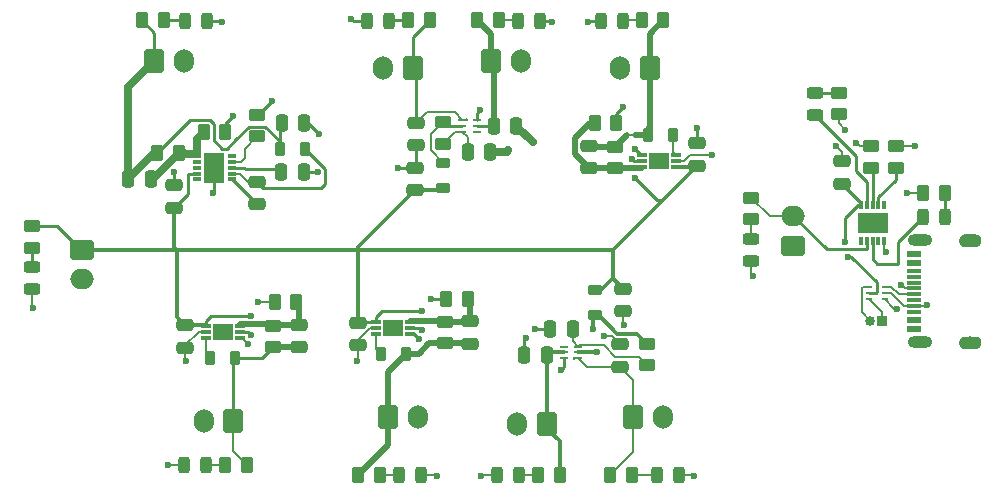
<source format=gbr>
%TF.GenerationSoftware,KiCad,Pcbnew,8.0.8*%
%TF.CreationDate,2025-02-07T06:01:23-05:00*%
%TF.ProjectId,power-delivery-board,706f7765-722d-4646-956c-69766572792d,rev?*%
%TF.SameCoordinates,Original*%
%TF.FileFunction,Copper,L1,Top*%
%TF.FilePolarity,Positive*%
%FSLAX46Y46*%
G04 Gerber Fmt 4.6, Leading zero omitted, Abs format (unit mm)*
G04 Created by KiCad (PCBNEW 8.0.8) date 2025-02-07 06:01:23*
%MOMM*%
%LPD*%
G01*
G04 APERTURE LIST*
G04 Aperture macros list*
%AMRoundRect*
0 Rectangle with rounded corners*
0 $1 Rounding radius*
0 $2 $3 $4 $5 $6 $7 $8 $9 X,Y pos of 4 corners*
0 Add a 4 corners polygon primitive as box body*
4,1,4,$2,$3,$4,$5,$6,$7,$8,$9,$2,$3,0*
0 Add four circle primitives for the rounded corners*
1,1,$1+$1,$2,$3*
1,1,$1+$1,$4,$5*
1,1,$1+$1,$6,$7*
1,1,$1+$1,$8,$9*
0 Add four rect primitives between the rounded corners*
20,1,$1+$1,$2,$3,$4,$5,0*
20,1,$1+$1,$4,$5,$6,$7,0*
20,1,$1+$1,$6,$7,$8,$9,0*
20,1,$1+$1,$8,$9,$2,$3,0*%
G04 Aperture macros list end*
%TA.AperFunction,EtchedComponent*%
%ADD10C,0.000000*%
%TD*%
%TA.AperFunction,EtchedComponent*%
%ADD11C,0.010000*%
%TD*%
%TA.AperFunction,SMDPad,CuDef*%
%ADD12RoundRect,0.250000X0.262500X0.450000X-0.262500X0.450000X-0.262500X-0.450000X0.262500X-0.450000X0*%
%TD*%
%TA.AperFunction,SMDPad,CuDef*%
%ADD13R,0.300000X0.800000*%
%TD*%
%TA.AperFunction,SMDPad,CuDef*%
%ADD14R,2.500000X1.750000*%
%TD*%
%TA.AperFunction,SMDPad,CuDef*%
%ADD15R,0.812800X0.304800*%
%TD*%
%TA.AperFunction,SMDPad,CuDef*%
%ADD16R,1.752600X1.447800*%
%TD*%
%TA.AperFunction,SMDPad,CuDef*%
%ADD17RoundRect,0.243750X0.243750X0.456250X-0.243750X0.456250X-0.243750X-0.456250X0.243750X-0.456250X0*%
%TD*%
%TA.AperFunction,SMDPad,CuDef*%
%ADD18RoundRect,0.250000X-0.250000X-0.475000X0.250000X-0.475000X0.250000X0.475000X-0.250000X0.475000X0*%
%TD*%
%TA.AperFunction,SMDPad,CuDef*%
%ADD19RoundRect,0.250000X0.475000X-0.250000X0.475000X0.250000X-0.475000X0.250000X-0.475000X-0.250000X0*%
%TD*%
%TA.AperFunction,SMDPad,CuDef*%
%ADD20RoundRect,0.250000X0.450000X-0.262500X0.450000X0.262500X-0.450000X0.262500X-0.450000X-0.262500X0*%
%TD*%
%TA.AperFunction,SMDPad,CuDef*%
%ADD21RoundRect,0.250000X-0.262500X-0.450000X0.262500X-0.450000X0.262500X0.450000X-0.262500X0.450000X0*%
%TD*%
%TA.AperFunction,ComponentPad*%
%ADD22RoundRect,0.250000X0.600000X0.750000X-0.600000X0.750000X-0.600000X-0.750000X0.600000X-0.750000X0*%
%TD*%
%TA.AperFunction,ComponentPad*%
%ADD23O,1.700000X2.000000*%
%TD*%
%TA.AperFunction,ComponentPad*%
%ADD24RoundRect,0.250000X-0.600000X-0.750000X0.600000X-0.750000X0.600000X0.750000X-0.600000X0.750000X0*%
%TD*%
%TA.AperFunction,ComponentPad*%
%ADD25R,0.850000X0.850000*%
%TD*%
%TA.AperFunction,ComponentPad*%
%ADD26O,0.850000X0.850000*%
%TD*%
%TA.AperFunction,ComponentPad*%
%ADD27RoundRect,0.250000X-0.750000X0.600000X-0.750000X-0.600000X0.750000X-0.600000X0.750000X0.600000X0*%
%TD*%
%TA.AperFunction,ComponentPad*%
%ADD28O,2.000000X1.700000*%
%TD*%
%TA.AperFunction,SMDPad,CuDef*%
%ADD29R,0.660001X0.249999*%
%TD*%
%TA.AperFunction,SMDPad,CuDef*%
%ADD30R,0.700001X0.249999*%
%TD*%
%TA.AperFunction,SMDPad,CuDef*%
%ADD31RoundRect,0.243750X-0.243750X-0.456250X0.243750X-0.456250X0.243750X0.456250X-0.243750X0.456250X0*%
%TD*%
%TA.AperFunction,SMDPad,CuDef*%
%ADD32RoundRect,0.218750X0.218750X0.381250X-0.218750X0.381250X-0.218750X-0.381250X0.218750X-0.381250X0*%
%TD*%
%TA.AperFunction,SMDPad,CuDef*%
%ADD33R,0.800000X0.300000*%
%TD*%
%TA.AperFunction,SMDPad,CuDef*%
%ADD34R,1.750000X2.500000*%
%TD*%
%TA.AperFunction,SMDPad,CuDef*%
%ADD35RoundRect,0.250000X0.250000X0.475000X-0.250000X0.475000X-0.250000X-0.475000X0.250000X-0.475000X0*%
%TD*%
%TA.AperFunction,SMDPad,CuDef*%
%ADD36RoundRect,0.218750X-0.381250X0.218750X-0.381250X-0.218750X0.381250X-0.218750X0.381250X0.218750X0*%
%TD*%
%TA.AperFunction,SMDPad,CuDef*%
%ADD37RoundRect,0.218750X-0.218750X-0.381250X0.218750X-0.381250X0.218750X0.381250X-0.218750X0.381250X0*%
%TD*%
%TA.AperFunction,SMDPad,CuDef*%
%ADD38R,1.150000X0.600000*%
%TD*%
%TA.AperFunction,SMDPad,CuDef*%
%ADD39R,1.150000X0.300000*%
%TD*%
%TA.AperFunction,ComponentPad*%
%ADD40O,2.100000X1.000000*%
%TD*%
%TA.AperFunction,ComponentPad*%
%ADD41C,1.000000*%
%TD*%
%TA.AperFunction,SMDPad,CuDef*%
%ADD42RoundRect,0.250000X-0.475000X0.250000X-0.475000X-0.250000X0.475000X-0.250000X0.475000X0.250000X0*%
%TD*%
%TA.AperFunction,SMDPad,CuDef*%
%ADD43RoundRect,0.243750X-0.456250X0.243750X-0.456250X-0.243750X0.456250X-0.243750X0.456250X0.243750X0*%
%TD*%
%TA.AperFunction,SMDPad,CuDef*%
%ADD44RoundRect,0.250000X-0.450000X0.262500X-0.450000X-0.262500X0.450000X-0.262500X0.450000X0.262500X0*%
%TD*%
%TA.AperFunction,SMDPad,CuDef*%
%ADD45RoundRect,0.243750X0.456250X-0.243750X0.456250X0.243750X-0.456250X0.243750X-0.456250X-0.243750X0*%
%TD*%
%TA.AperFunction,SMDPad,CuDef*%
%ADD46RoundRect,0.218750X0.381250X-0.218750X0.381250X0.218750X-0.381250X0.218750X-0.381250X-0.218750X0*%
%TD*%
%TA.AperFunction,SMDPad,CuDef*%
%ADD47R,0.584200X0.279400*%
%TD*%
%TA.AperFunction,ComponentPad*%
%ADD48RoundRect,0.250000X0.750000X-0.600000X0.750000X0.600000X-0.750000X0.600000X-0.750000X-0.600000X0*%
%TD*%
%TA.AperFunction,ViaPad*%
%ADD49C,0.600000*%
%TD*%
%TA.AperFunction,Conductor*%
%ADD50C,0.508000*%
%TD*%
%TA.AperFunction,Conductor*%
%ADD51C,0.200000*%
%TD*%
%TA.AperFunction,Conductor*%
%ADD52C,0.250000*%
%TD*%
%TA.AperFunction,Conductor*%
%ADD53C,0.150000*%
%TD*%
%TA.AperFunction,Conductor*%
%ADD54C,0.635000*%
%TD*%
%TA.AperFunction,Conductor*%
%ADD55C,0.350000*%
%TD*%
G04 APERTURE END LIST*
D10*
%TA.AperFunction,EtchedComponent*%
%TO.C,U7*%
G36*
X151837501Y-94224997D02*
G01*
X151787502Y-94224997D01*
X151687502Y-94124998D01*
X151687502Y-93975001D01*
X151837501Y-93975001D01*
X151837501Y-94224997D01*
G37*
%TD.AperFunction*%
%TA.AperFunction,EtchedComponent*%
%TO.C,U8*%
G36*
X142787503Y-73875003D02*
G01*
X142787503Y-74025000D01*
X142637504Y-74025000D01*
X142637504Y-73775004D01*
X142687503Y-73775004D01*
X142787503Y-73875003D01*
G37*
%TD.AperFunction*%
D11*
%TO.C,P1*%
X185725902Y-83613500D02*
X185751902Y-83615500D01*
X185777902Y-83618500D01*
X185803902Y-83623500D01*
X185828902Y-83629500D01*
X185854902Y-83636500D01*
X185878902Y-83645500D01*
X185902902Y-83655500D01*
X185926902Y-83666500D01*
X185949902Y-83679500D01*
X185971902Y-83693500D01*
X185993902Y-83707500D01*
X186014902Y-83723500D01*
X186034902Y-83740500D01*
X186053902Y-83758500D01*
X186071902Y-83777500D01*
X186088902Y-83797500D01*
X186104902Y-83818500D01*
X186118902Y-83840500D01*
X186132902Y-83862500D01*
X186145902Y-83885500D01*
X186156902Y-83909500D01*
X186166902Y-83933500D01*
X186175902Y-83957500D01*
X186182902Y-83983500D01*
X186188902Y-84008500D01*
X186193902Y-84034500D01*
X186196902Y-84060500D01*
X186198902Y-84086500D01*
X186199902Y-84112500D01*
X186198902Y-84138500D01*
X186196902Y-84164500D01*
X186193902Y-84190500D01*
X186188902Y-84216500D01*
X186182902Y-84241500D01*
X186175902Y-84267500D01*
X186166902Y-84291500D01*
X186156902Y-84315500D01*
X186145902Y-84339500D01*
X186132902Y-84362500D01*
X186118902Y-84384500D01*
X186104902Y-84406500D01*
X186088902Y-84427500D01*
X186071902Y-84447500D01*
X186053902Y-84466500D01*
X186034902Y-84484500D01*
X186014902Y-84501500D01*
X185993902Y-84517500D01*
X185971902Y-84531500D01*
X185949902Y-84545500D01*
X185926902Y-84558500D01*
X185902902Y-84569500D01*
X185878902Y-84579500D01*
X185854902Y-84588500D01*
X185828902Y-84595500D01*
X185803902Y-84601500D01*
X185777902Y-84606500D01*
X185751902Y-84609500D01*
X185725902Y-84611500D01*
X185699902Y-84612500D01*
X185299902Y-84612500D01*
X184899902Y-84612500D01*
X184873902Y-84611500D01*
X184847902Y-84609500D01*
X184821902Y-84606500D01*
X184795902Y-84601500D01*
X184770902Y-84595500D01*
X184744902Y-84588500D01*
X184720902Y-84579500D01*
X184696902Y-84569500D01*
X184672902Y-84558500D01*
X184649902Y-84545500D01*
X184627902Y-84531500D01*
X184605902Y-84517500D01*
X184584902Y-84501500D01*
X184564902Y-84484500D01*
X184545902Y-84466500D01*
X184527902Y-84447500D01*
X184510902Y-84427500D01*
X184494902Y-84406500D01*
X184480902Y-84384500D01*
X184466902Y-84362500D01*
X184453902Y-84339500D01*
X184442902Y-84315500D01*
X184432902Y-84291500D01*
X184423902Y-84267500D01*
X184416902Y-84241500D01*
X184410902Y-84216500D01*
X184405902Y-84190500D01*
X184402902Y-84164500D01*
X184400902Y-84138500D01*
X184399902Y-84112500D01*
X184400902Y-84086500D01*
X184402902Y-84060500D01*
X184405902Y-84034500D01*
X184410902Y-84008500D01*
X184416902Y-83983500D01*
X184423902Y-83957500D01*
X184432902Y-83933500D01*
X184442902Y-83909500D01*
X184453902Y-83885500D01*
X184466902Y-83862500D01*
X184480902Y-83840500D01*
X184494902Y-83818500D01*
X184510902Y-83797500D01*
X184527902Y-83777500D01*
X184545902Y-83758500D01*
X184564902Y-83740500D01*
X184584902Y-83723500D01*
X184605902Y-83707500D01*
X184627902Y-83693500D01*
X184649902Y-83679500D01*
X184672902Y-83666500D01*
X184696902Y-83655500D01*
X184720902Y-83645500D01*
X184744902Y-83636500D01*
X184770902Y-83629500D01*
X184795902Y-83623500D01*
X184821902Y-83618500D01*
X184847902Y-83615500D01*
X184873902Y-83613500D01*
X184899902Y-83612500D01*
X185299902Y-83612500D01*
X185699902Y-83612500D01*
X185725902Y-83613500D01*
%TA.AperFunction,EtchedComponent*%
G36*
X185725902Y-83613500D02*
G01*
X185751902Y-83615500D01*
X185777902Y-83618500D01*
X185803902Y-83623500D01*
X185828902Y-83629500D01*
X185854902Y-83636500D01*
X185878902Y-83645500D01*
X185902902Y-83655500D01*
X185926902Y-83666500D01*
X185949902Y-83679500D01*
X185971902Y-83693500D01*
X185993902Y-83707500D01*
X186014902Y-83723500D01*
X186034902Y-83740500D01*
X186053902Y-83758500D01*
X186071902Y-83777500D01*
X186088902Y-83797500D01*
X186104902Y-83818500D01*
X186118902Y-83840500D01*
X186132902Y-83862500D01*
X186145902Y-83885500D01*
X186156902Y-83909500D01*
X186166902Y-83933500D01*
X186175902Y-83957500D01*
X186182902Y-83983500D01*
X186188902Y-84008500D01*
X186193902Y-84034500D01*
X186196902Y-84060500D01*
X186198902Y-84086500D01*
X186199902Y-84112500D01*
X186198902Y-84138500D01*
X186196902Y-84164500D01*
X186193902Y-84190500D01*
X186188902Y-84216500D01*
X186182902Y-84241500D01*
X186175902Y-84267500D01*
X186166902Y-84291500D01*
X186156902Y-84315500D01*
X186145902Y-84339500D01*
X186132902Y-84362500D01*
X186118902Y-84384500D01*
X186104902Y-84406500D01*
X186088902Y-84427500D01*
X186071902Y-84447500D01*
X186053902Y-84466500D01*
X186034902Y-84484500D01*
X186014902Y-84501500D01*
X185993902Y-84517500D01*
X185971902Y-84531500D01*
X185949902Y-84545500D01*
X185926902Y-84558500D01*
X185902902Y-84569500D01*
X185878902Y-84579500D01*
X185854902Y-84588500D01*
X185828902Y-84595500D01*
X185803902Y-84601500D01*
X185777902Y-84606500D01*
X185751902Y-84609500D01*
X185725902Y-84611500D01*
X185699902Y-84612500D01*
X185299902Y-84612500D01*
X184899902Y-84612500D01*
X184873902Y-84611500D01*
X184847902Y-84609500D01*
X184821902Y-84606500D01*
X184795902Y-84601500D01*
X184770902Y-84595500D01*
X184744902Y-84588500D01*
X184720902Y-84579500D01*
X184696902Y-84569500D01*
X184672902Y-84558500D01*
X184649902Y-84545500D01*
X184627902Y-84531500D01*
X184605902Y-84517500D01*
X184584902Y-84501500D01*
X184564902Y-84484500D01*
X184545902Y-84466500D01*
X184527902Y-84447500D01*
X184510902Y-84427500D01*
X184494902Y-84406500D01*
X184480902Y-84384500D01*
X184466902Y-84362500D01*
X184453902Y-84339500D01*
X184442902Y-84315500D01*
X184432902Y-84291500D01*
X184423902Y-84267500D01*
X184416902Y-84241500D01*
X184410902Y-84216500D01*
X184405902Y-84190500D01*
X184402902Y-84164500D01*
X184400902Y-84138500D01*
X184399902Y-84112500D01*
X184400902Y-84086500D01*
X184402902Y-84060500D01*
X184405902Y-84034500D01*
X184410902Y-84008500D01*
X184416902Y-83983500D01*
X184423902Y-83957500D01*
X184432902Y-83933500D01*
X184442902Y-83909500D01*
X184453902Y-83885500D01*
X184466902Y-83862500D01*
X184480902Y-83840500D01*
X184494902Y-83818500D01*
X184510902Y-83797500D01*
X184527902Y-83777500D01*
X184545902Y-83758500D01*
X184564902Y-83740500D01*
X184584902Y-83723500D01*
X184605902Y-83707500D01*
X184627902Y-83693500D01*
X184649902Y-83679500D01*
X184672902Y-83666500D01*
X184696902Y-83655500D01*
X184720902Y-83645500D01*
X184744902Y-83636500D01*
X184770902Y-83629500D01*
X184795902Y-83623500D01*
X184821902Y-83618500D01*
X184847902Y-83615500D01*
X184873902Y-83613500D01*
X184899902Y-83612500D01*
X185299902Y-83612500D01*
X185699902Y-83612500D01*
X185725902Y-83613500D01*
G37*
%TD.AperFunction*%
X185725902Y-92253500D02*
X185751902Y-92255500D01*
X185777902Y-92258500D01*
X185803902Y-92263500D01*
X185828902Y-92269500D01*
X185854902Y-92276500D01*
X185878902Y-92285500D01*
X185902902Y-92295500D01*
X185926902Y-92306500D01*
X185949902Y-92319500D01*
X185971902Y-92333500D01*
X185993902Y-92347500D01*
X186014902Y-92363500D01*
X186034902Y-92380500D01*
X186053902Y-92398500D01*
X186071902Y-92417500D01*
X186088902Y-92437500D01*
X186104902Y-92458500D01*
X186118902Y-92480500D01*
X186132902Y-92502500D01*
X186145902Y-92525500D01*
X186156902Y-92549500D01*
X186166902Y-92573500D01*
X186175902Y-92597500D01*
X186182902Y-92623500D01*
X186188902Y-92648500D01*
X186193902Y-92674500D01*
X186196902Y-92700500D01*
X186198902Y-92726500D01*
X186199902Y-92752500D01*
X186198902Y-92778500D01*
X186196902Y-92804500D01*
X186193902Y-92830500D01*
X186188902Y-92856500D01*
X186182902Y-92881500D01*
X186175902Y-92907500D01*
X186166902Y-92931500D01*
X186156902Y-92955500D01*
X186145902Y-92979500D01*
X186132902Y-93002500D01*
X186118902Y-93024500D01*
X186104902Y-93046500D01*
X186088902Y-93067500D01*
X186071902Y-93087500D01*
X186053902Y-93106500D01*
X186034902Y-93124500D01*
X186014902Y-93141500D01*
X185993902Y-93157500D01*
X185971902Y-93171500D01*
X185949902Y-93185500D01*
X185926902Y-93198500D01*
X185902902Y-93209500D01*
X185878902Y-93219500D01*
X185854902Y-93228500D01*
X185828902Y-93235500D01*
X185803902Y-93241500D01*
X185777902Y-93246500D01*
X185751902Y-93249500D01*
X185725902Y-93251500D01*
X185699902Y-93252500D01*
X185299902Y-93252500D01*
X184899902Y-93252500D01*
X184873902Y-93251500D01*
X184847902Y-93249500D01*
X184821902Y-93246500D01*
X184795902Y-93241500D01*
X184770902Y-93235500D01*
X184744902Y-93228500D01*
X184720902Y-93219500D01*
X184696902Y-93209500D01*
X184672902Y-93198500D01*
X184649902Y-93185500D01*
X184627902Y-93171500D01*
X184605902Y-93157500D01*
X184584902Y-93141500D01*
X184564902Y-93124500D01*
X184545902Y-93106500D01*
X184527902Y-93087500D01*
X184510902Y-93067500D01*
X184494902Y-93046500D01*
X184480902Y-93024500D01*
X184466902Y-93002500D01*
X184453902Y-92979500D01*
X184442902Y-92955500D01*
X184432902Y-92931500D01*
X184423902Y-92907500D01*
X184416902Y-92881500D01*
X184410902Y-92856500D01*
X184405902Y-92830500D01*
X184402902Y-92804500D01*
X184400902Y-92778500D01*
X184399902Y-92752500D01*
X184400902Y-92726500D01*
X184402902Y-92700500D01*
X184405902Y-92674500D01*
X184410902Y-92648500D01*
X184416902Y-92623500D01*
X184423902Y-92597500D01*
X184432902Y-92573500D01*
X184442902Y-92549500D01*
X184453902Y-92525500D01*
X184466902Y-92502500D01*
X184480902Y-92480500D01*
X184494902Y-92458500D01*
X184510902Y-92437500D01*
X184527902Y-92417500D01*
X184545902Y-92398500D01*
X184564902Y-92380500D01*
X184584902Y-92363500D01*
X184605902Y-92347500D01*
X184627902Y-92333500D01*
X184649902Y-92319500D01*
X184672902Y-92306500D01*
X184696902Y-92295500D01*
X184720902Y-92285500D01*
X184744902Y-92276500D01*
X184770902Y-92269500D01*
X184795902Y-92263500D01*
X184821902Y-92258500D01*
X184847902Y-92255500D01*
X184873902Y-92253500D01*
X184899902Y-92252500D01*
X185299902Y-92252500D01*
X185699902Y-92252500D01*
X185725902Y-92253500D01*
%TA.AperFunction,EtchedComponent*%
G36*
X185725902Y-92253500D02*
G01*
X185751902Y-92255500D01*
X185777902Y-92258500D01*
X185803902Y-92263500D01*
X185828902Y-92269500D01*
X185854902Y-92276500D01*
X185878902Y-92285500D01*
X185902902Y-92295500D01*
X185926902Y-92306500D01*
X185949902Y-92319500D01*
X185971902Y-92333500D01*
X185993902Y-92347500D01*
X186014902Y-92363500D01*
X186034902Y-92380500D01*
X186053902Y-92398500D01*
X186071902Y-92417500D01*
X186088902Y-92437500D01*
X186104902Y-92458500D01*
X186118902Y-92480500D01*
X186132902Y-92502500D01*
X186145902Y-92525500D01*
X186156902Y-92549500D01*
X186166902Y-92573500D01*
X186175902Y-92597500D01*
X186182902Y-92623500D01*
X186188902Y-92648500D01*
X186193902Y-92674500D01*
X186196902Y-92700500D01*
X186198902Y-92726500D01*
X186199902Y-92752500D01*
X186198902Y-92778500D01*
X186196902Y-92804500D01*
X186193902Y-92830500D01*
X186188902Y-92856500D01*
X186182902Y-92881500D01*
X186175902Y-92907500D01*
X186166902Y-92931500D01*
X186156902Y-92955500D01*
X186145902Y-92979500D01*
X186132902Y-93002500D01*
X186118902Y-93024500D01*
X186104902Y-93046500D01*
X186088902Y-93067500D01*
X186071902Y-93087500D01*
X186053902Y-93106500D01*
X186034902Y-93124500D01*
X186014902Y-93141500D01*
X185993902Y-93157500D01*
X185971902Y-93171500D01*
X185949902Y-93185500D01*
X185926902Y-93198500D01*
X185902902Y-93209500D01*
X185878902Y-93219500D01*
X185854902Y-93228500D01*
X185828902Y-93235500D01*
X185803902Y-93241500D01*
X185777902Y-93246500D01*
X185751902Y-93249500D01*
X185725902Y-93251500D01*
X185699902Y-93252500D01*
X185299902Y-93252500D01*
X184899902Y-93252500D01*
X184873902Y-93251500D01*
X184847902Y-93249500D01*
X184821902Y-93246500D01*
X184795902Y-93241500D01*
X184770902Y-93235500D01*
X184744902Y-93228500D01*
X184720902Y-93219500D01*
X184696902Y-93209500D01*
X184672902Y-93198500D01*
X184649902Y-93185500D01*
X184627902Y-93171500D01*
X184605902Y-93157500D01*
X184584902Y-93141500D01*
X184564902Y-93124500D01*
X184545902Y-93106500D01*
X184527902Y-93087500D01*
X184510902Y-93067500D01*
X184494902Y-93046500D01*
X184480902Y-93024500D01*
X184466902Y-93002500D01*
X184453902Y-92979500D01*
X184442902Y-92955500D01*
X184432902Y-92931500D01*
X184423902Y-92907500D01*
X184416902Y-92881500D01*
X184410902Y-92856500D01*
X184405902Y-92830500D01*
X184402902Y-92804500D01*
X184400902Y-92778500D01*
X184399902Y-92752500D01*
X184400902Y-92726500D01*
X184402902Y-92700500D01*
X184405902Y-92674500D01*
X184410902Y-92648500D01*
X184416902Y-92623500D01*
X184423902Y-92597500D01*
X184432902Y-92573500D01*
X184442902Y-92549500D01*
X184453902Y-92525500D01*
X184466902Y-92502500D01*
X184480902Y-92480500D01*
X184494902Y-92458500D01*
X184510902Y-92437500D01*
X184527902Y-92417500D01*
X184545902Y-92398500D01*
X184564902Y-92380500D01*
X184584902Y-92363500D01*
X184605902Y-92347500D01*
X184627902Y-92333500D01*
X184649902Y-92319500D01*
X184672902Y-92306500D01*
X184696902Y-92295500D01*
X184720902Y-92285500D01*
X184744902Y-92276500D01*
X184770902Y-92269500D01*
X184795902Y-92263500D01*
X184821902Y-92258500D01*
X184847902Y-92255500D01*
X184873902Y-92253500D01*
X184899902Y-92252500D01*
X185299902Y-92252500D01*
X185699902Y-92252500D01*
X185725902Y-92253500D01*
G37*
%TD.AperFunction*%
%TD*%
D12*
%TO.P,R18,1*%
%TO.N,Net-(D7-A)*%
X135355614Y-103973858D03*
%TO.P,R18,2*%
%TO.N,VOUT3*%
X133530614Y-103973858D03*
%TD*%
D13*
%TO.P,U5,1,SYS*%
%TO.N,unconnected-(U5-SYS-Pad1)*%
X176070302Y-84141300D03*
%TO.P,U5,2,BAT*%
%TO.N,BAT+*%
X176570302Y-84141300D03*
%TO.P,U5,3,STAT2*%
%TO.N,STAT2*%
X177070302Y-84141300D03*
%TO.P,U5,4,/CE*%
%TO.N,GND*%
X177570302Y-84141300D03*
%TO.P,U5,5,GND*%
X178070302Y-84141300D03*
%TO.P,U5,6,TS/MR*%
%TO.N,unconnected-(U5-TS{slash}MR-Pad6)*%
X178070302Y-81141300D03*
%TO.P,U5,7,ILIM/VSET*%
%TO.N,Net-(U5-ILIM{slash}VSET)*%
X177570302Y-81141300D03*
%TO.P,U5,8,ISET*%
%TO.N,Net-(U5-ISET)*%
X177070302Y-81141300D03*
%TO.P,U5,9,STAT1*%
%TO.N,STAT1*%
X176570302Y-81141300D03*
%TO.P,U5,10,IN*%
%TO.N,VBUS*%
X176070302Y-81141300D03*
D14*
%TO.P,U5,11,EPAD*%
%TO.N,unconnected-(U5-EPAD-Pad11)*%
X177070302Y-82641300D03*
%TD*%
D15*
%TO.P,U1,1,VIN*%
%TO.N,VIN*%
X120631502Y-91340000D03*
%TO.P,U1,2,GND*%
%TO.N,GND*%
X120631502Y-91840000D03*
%TO.P,U1,3,SW*%
%TO.N,Net-(U1-SW)*%
X120631502Y-92340000D03*
%TO.P,U1,4,MODE*%
%TO.N,GND*%
X123527102Y-92340000D03*
%TO.P,U1,5,RUN*%
%TO.N,VIN*%
X123527102Y-91840000D03*
%TO.P,U1,6,VFB*%
%TO.N,Net-(U1-VFB)*%
X123527102Y-91340000D03*
D16*
%TO.P,U1,7,EPAD*%
%TO.N,unconnected-(U1-EPAD-Pad7)*%
X122079302Y-91840000D03*
%TD*%
D17*
%TO.P,D3,1,K*%
%TO.N,Net-(D3-K)*%
X183198845Y-82104083D03*
%TO.P,D3,2,A*%
%TO.N,STAT2*%
X181323845Y-82104083D03*
%TD*%
D18*
%TO.P,C10,1*%
%TO.N,Net-(U6-INTVCC)*%
X127001002Y-78354000D03*
%TO.P,C10,2*%
%TO.N,GND*%
X128901002Y-78354000D03*
%TD*%
D19*
%TO.P,COUT4,1*%
%TO.N,VOUT4*%
X155698845Y-94804083D03*
%TO.P,COUT4,2*%
%TO.N,GND*%
X155698845Y-92904083D03*
%TD*%
D20*
%TO.P,R5,1*%
%TO.N,Net-(U5-ISET)*%
X176935102Y-77979083D03*
%TO.P,R5,2*%
%TO.N,GND*%
X176935102Y-76154083D03*
%TD*%
D15*
%TO.P,U2,1,VIN*%
%TO.N,VIN*%
X160433102Y-77900000D03*
%TO.P,U2,2,GND*%
%TO.N,GND*%
X160433102Y-77400000D03*
%TO.P,U2,3,SW*%
%TO.N,Net-(U2-SW)*%
X160433102Y-76900000D03*
%TO.P,U2,4,MODE*%
%TO.N,GND*%
X157537502Y-76900000D03*
%TO.P,U2,5,RUN*%
%TO.N,VIN*%
X157537502Y-77400000D03*
%TO.P,U2,6,VFB*%
%TO.N,Net-(U2-VFB)*%
X157537502Y-77900000D03*
D16*
%TO.P,U2,7,EPAD*%
%TO.N,unconnected-(U2-EPAD-Pad7)*%
X158985302Y-77400000D03*
%TD*%
D21*
%TO.P,R16,1*%
%TO.N,Net-(D5-A)*%
X122273845Y-103104083D03*
%TO.P,R16,2*%
%TO.N,VOUT1*%
X124098845Y-103104083D03*
%TD*%
D22*
%TO.P,J5,1,Pin_1*%
%TO.N,VOUT5*%
X149504590Y-99666400D03*
D23*
%TO.P,J5,2,Pin_2*%
%TO.N,GND*%
X147004590Y-99666400D03*
%TD*%
D24*
%TO.P,J10,1,Pin_1*%
%TO.N,VOUT4*%
X156790302Y-99066400D03*
D23*
%TO.P,J10,2,Pin_2*%
%TO.N,GND*%
X159290302Y-99066400D03*
%TD*%
D25*
%TO.P,J2,1,Pin_1*%
%TO.N,D-*%
X177883102Y-90905698D03*
D26*
%TO.P,J2,2,Pin_2*%
%TO.N,D+*%
X176883102Y-90905698D03*
%TD*%
D22*
%TO.P,J4,1,Pin_1*%
%TO.N,VOUT1*%
X122948845Y-99404083D03*
D23*
%TO.P,J4,2,Pin_2*%
%TO.N,GND*%
X120448845Y-99404083D03*
%TD*%
D12*
%TO.P,R3,1*%
%TO.N,Net-(D3-K)*%
X183198845Y-80104083D03*
%TO.P,R3,2*%
%TO.N,GND*%
X181373845Y-80104083D03*
%TD*%
D15*
%TO.P,U3,1,VIN*%
%TO.N,VIN*%
X135031502Y-91027500D03*
%TO.P,U3,2,GND*%
%TO.N,GND*%
X135031502Y-91527500D03*
%TO.P,U3,3,SW*%
%TO.N,Net-(U3-SW)*%
X135031502Y-92027500D03*
%TO.P,U3,4,MODE*%
%TO.N,GND*%
X137927102Y-92027500D03*
%TO.P,U3,5,RUN*%
%TO.N,VIN*%
X137927102Y-91527500D03*
%TO.P,U3,6,VFB*%
%TO.N,Net-(U3-VFB)*%
X137927102Y-91027500D03*
D16*
%TO.P,U3,7,EPAD*%
%TO.N,unconnected-(U3-EPAD-Pad7)*%
X136479302Y-91527500D03*
%TD*%
D27*
%TO.P,J1,1,Pin_1*%
%TO.N,VIN*%
X110116892Y-84914966D03*
D28*
%TO.P,J1,2,Pin_2*%
%TO.N,GND*%
X110116892Y-87414966D03*
%TD*%
D29*
%TO.P,U7,1,VMAIN*%
%TO.N,VOUT4*%
X152157503Y-94099999D03*
D30*
%TO.P,U7,2,SW*%
%TO.N,Net-(U7-SW)*%
X152137501Y-93600000D03*
%TO.P,U7,3,VIN*%
%TO.N,Net-(U7-VIN)*%
X152137501Y-93100001D03*
%TO.P,U7,4,MODE*%
%TO.N,unconnected-(U7-MODE-Pad4)*%
X150937503Y-93100001D03*
%TO.P,U7,5,VSUB*%
%TO.N,VOUT5*%
X150937503Y-93600000D03*
%TO.P,U7,6,GND*%
%TO.N,GND*%
X150937503Y-94099999D03*
%TD*%
D17*
%TO.P,D7,1,K*%
%TO.N,GND*%
X138843114Y-103973858D03*
%TO.P,D7,2,A*%
%TO.N,Net-(D7-A)*%
X136968114Y-103973858D03*
%TD*%
D31*
%TO.P,D5,1,K*%
%TO.N,GND*%
X118761345Y-103104083D03*
%TO.P,D5,2,A*%
%TO.N,Net-(D5-A)*%
X120636345Y-103104083D03*
%TD*%
D20*
%TO.P,R11,1*%
%TO.N,VOUT3*%
X140909145Y-92816583D03*
%TO.P,R11,2*%
%TO.N,Net-(U3-VFB)*%
X140909145Y-90991583D03*
%TD*%
D32*
%TO.P,3.3u2,1,1*%
%TO.N,Net-(U2-SW)*%
X160185302Y-75200000D03*
%TO.P,3.3u2,2,2*%
%TO.N,VOUT2*%
X158060302Y-75200000D03*
%TD*%
D17*
%TO.P,D8,1,K*%
%TO.N,GND*%
X160654114Y-103973858D03*
%TO.P,D8,2,A*%
%TO.N,Net-(D8-A)*%
X158779114Y-103973858D03*
%TD*%
D33*
%TO.P,U6,1,BST*%
%TO.N,Net-(U6-BST)*%
X122851002Y-78954000D03*
%TO.P,U6,2,SW*%
%TO.N,Net-(U6-SW)*%
X122851002Y-78454000D03*
%TO.P,U6,3,INTVCC*%
%TO.N,Net-(U6-INTVCC)*%
X122851002Y-77954000D03*
%TO.P,U6,4,RT*%
%TO.N,Net-(U6-RT)*%
X122851002Y-77454000D03*
%TO.P,U6,5,SYNC*%
%TO.N,unconnected-(U6-SYNC-Pad5)*%
X122851002Y-76954000D03*
%TO.P,U6,6,FB*%
%TO.N,FB*%
X119851002Y-76954000D03*
%TO.P,U6,7,TR/SS*%
%TO.N,unconnected-(U6-TR{slash}SS-Pad7)*%
X119851002Y-77454000D03*
%TO.P,U6,8,PG*%
%TO.N,unconnected-(U6-PG-Pad8)*%
X119851002Y-77954000D03*
%TO.P,U6,9,VIN*%
%TO.N,VIN*%
X119851002Y-78454000D03*
%TO.P,U6,10,EN/UV*%
%TO.N,unconnected-(U6-EN{slash}UV-Pad10)*%
X119851002Y-78954000D03*
D34*
%TO.P,U6,11,GND*%
%TO.N,GND*%
X121351002Y-77954000D03*
%TD*%
D20*
%TO.P,R15,1*%
%TO.N,Net-(D4-A)*%
X105916892Y-84752466D03*
%TO.P,R15,2*%
%TO.N,VIN*%
X105916892Y-82927466D03*
%TD*%
D35*
%TO.P,C9,1*%
%TO.N,GND*%
X128951002Y-74204000D03*
%TO.P,C9,2*%
%TO.N,VOUT8*%
X127051002Y-74204000D03*
%TD*%
D36*
%TO.P,L2,1,1*%
%TO.N,VIN*%
X153537502Y-88337500D03*
%TO.P,L2,2,2*%
%TO.N,Net-(U7-SW)*%
X153537502Y-90462500D03*
%TD*%
D29*
%TO.P,U8,1,VMAIN*%
%TO.N,VOUT6*%
X142317502Y-73900002D03*
D30*
%TO.P,U8,2,SW*%
%TO.N,Net-(U8-SW)*%
X142337504Y-74400001D03*
%TO.P,U8,3,VIN*%
%TO.N,Net-(U8-VIN)*%
X142337504Y-74900000D03*
%TO.P,U8,4,MODE*%
%TO.N,unconnected-(U8-MODE-Pad4)*%
X143537502Y-74900000D03*
%TO.P,U8,5,VSUB*%
%TO.N,VOUT7*%
X143537502Y-74400001D03*
%TO.P,U8,6,GND*%
%TO.N,GND*%
X143537502Y-73900002D03*
%TD*%
D24*
%TO.P,J8,1,Pin_1*%
%TO.N,VOUT3*%
X136046302Y-99066400D03*
D23*
%TO.P,J8,2,Pin_2*%
%TO.N,GND*%
X138546302Y-99066400D03*
%TD*%
D17*
%TO.P,D11,1,K*%
%TO.N,GND*%
X148916702Y-65527800D03*
%TO.P,D11,2,A*%
%TO.N,Net-(D11-A)*%
X147041702Y-65527800D03*
%TD*%
D37*
%TO.P,L1,1,1*%
%TO.N,VOUT8*%
X126888502Y-76354000D03*
%TO.P,L1,2,2*%
%TO.N,Net-(U6-SW)*%
X129013502Y-76354000D03*
%TD*%
D21*
%TO.P,R20,1*%
%TO.N,Net-(D9-A)*%
X148743902Y-103973858D03*
%TO.P,R20,2*%
%TO.N,VOUT5*%
X150568902Y-103973858D03*
%TD*%
D38*
%TO.P,P1,A1_B12*%
%TO.N,N/C*%
X180544902Y-91632500D03*
%TO.P,P1,A4_B9*%
X180544902Y-90832500D03*
D39*
%TO.P,P1,A5,CC*%
%TO.N,GND*%
X180544902Y-89682500D03*
%TO.P,P1,A6,D+*%
%TO.N,Net-(P1-D+)*%
X180544902Y-88682500D03*
%TO.P,P1,A7,D-*%
%TO.N,Net-(P1-D-)*%
X180544902Y-88182500D03*
%TO.P,P1,A8*%
%TO.N,N/C*%
X180544902Y-87182500D03*
D38*
%TO.P,P1,B1_A12*%
X180544902Y-85232500D03*
%TO.P,P1,B4_A9*%
X180544902Y-86032500D03*
D39*
%TO.P,P1,B5,VCONN*%
%TO.N,unconnected-(P1-VCONN-PadB5)*%
X180544902Y-86682500D03*
%TO.P,P1,B6*%
%TO.N,N/C*%
X180544902Y-87682500D03*
%TO.P,P1,B7*%
X180544902Y-89182500D03*
%TO.P,P1,B8*%
X180544902Y-90182500D03*
D40*
%TO.P,P1,SH1*%
X181119902Y-92752500D03*
%TO.P,P1,SH2*%
X181119902Y-84112500D03*
D41*
%TO.P,P1,SH3*%
X185299902Y-92752500D03*
%TO.P,P1,SH4*%
X185299902Y-84112500D03*
%TD*%
D42*
%TO.P,COUT6,1*%
%TO.N,VOUT6*%
X138448845Y-74154083D03*
%TO.P,COUT6,2*%
%TO.N,GND*%
X138448845Y-76054083D03*
%TD*%
%TO.P,CIN1,1*%
%TO.N,VIN*%
X118879302Y-91290000D03*
%TO.P,CIN1,2*%
%TO.N,GND*%
X118879302Y-93190000D03*
%TD*%
D19*
%TO.P,COUT2,1*%
%TO.N,Net-(U2-VFB)*%
X153061345Y-78000000D03*
%TO.P,COUT2,2*%
%TO.N,VOUT2*%
X153061345Y-76100000D03*
%TD*%
D43*
%TO.P,D2,1,K*%
%TO.N,Net-(D2-K)*%
X172198845Y-71604083D03*
%TO.P,D2,2,A*%
%TO.N,STAT1*%
X172198845Y-73479083D03*
%TD*%
D20*
%TO.P,R24,1*%
%TO.N,Net-(D13-A)*%
X166808702Y-82336500D03*
%TO.P,R24,2*%
%TO.N,BAT+*%
X166808702Y-80511500D03*
%TD*%
D21*
%TO.P,R8,1*%
%TO.N,GND*%
X140948845Y-89104083D03*
%TO.P,R8,2*%
%TO.N,Net-(U3-VFB)*%
X142773845Y-89104083D03*
%TD*%
D18*
%TO.P,COUT7,1*%
%TO.N,VOUT7*%
X144987502Y-74400001D03*
%TO.P,COUT7,2*%
%TO.N,GND*%
X146887502Y-74400001D03*
%TD*%
D12*
%TO.P,R19,1*%
%TO.N,Net-(D8-A)*%
X156666802Y-103973858D03*
%TO.P,R19,2*%
%TO.N,VOUT4*%
X154841802Y-103973858D03*
%TD*%
D37*
%TO.P,3.3u3,1,1*%
%TO.N,Net-(U3-SW)*%
X135416802Y-93727500D03*
%TO.P,3.3u3,2,2*%
%TO.N,VOUT3*%
X137541802Y-93727500D03*
%TD*%
D44*
%TO.P,RIN1,1*%
%TO.N,Net-(U7-SW)*%
X157934045Y-92854583D03*
%TO.P,RIN1,2*%
%TO.N,Net-(U7-VIN)*%
X157934045Y-94679583D03*
%TD*%
D35*
%TO.P,CD1,1*%
%TO.N,Net-(U7-VIN)*%
X151687502Y-91600000D03*
%TO.P,CD1,2*%
%TO.N,GND*%
X149787502Y-91600000D03*
%TD*%
D31*
%TO.P,D10,1,K*%
%TO.N,GND*%
X134232202Y-65527800D03*
%TO.P,D10,2,A*%
%TO.N,Net-(D10-A)*%
X136107202Y-65527800D03*
%TD*%
D20*
%TO.P,R14,1*%
%TO.N,Net-(U6-RT)*%
X124951002Y-75316500D03*
%TO.P,R14,2*%
%TO.N,GND*%
X124951002Y-73491500D03*
%TD*%
D44*
%TO.P,R10,1*%
%TO.N,VOUT2*%
X155261345Y-76175000D03*
%TO.P,R10,2*%
%TO.N,Net-(U2-VFB)*%
X155261345Y-78000000D03*
%TD*%
D19*
%TO.P,CIN5,1*%
%TO.N,VIN*%
X138337502Y-79850001D03*
%TO.P,CIN5,2*%
%TO.N,GND*%
X138337502Y-77950001D03*
%TD*%
D21*
%TO.P,R21,1*%
%TO.N,Net-(D10-A)*%
X137744702Y-65482800D03*
%TO.P,R21,2*%
%TO.N,VOUT6*%
X139569702Y-65482800D03*
%TD*%
D12*
%TO.P,R23,1*%
%TO.N,Net-(D12-A)*%
X117057202Y-65482800D03*
%TO.P,R23,2*%
%TO.N,VOUT8*%
X115232202Y-65482800D03*
%TD*%
D45*
%TO.P,D13,1,K*%
%TO.N,GND*%
X166808702Y-85849000D03*
%TO.P,D13,2,A*%
%TO.N,Net-(D13-A)*%
X166808702Y-83974000D03*
%TD*%
D31*
%TO.P,D9,1,K*%
%TO.N,GND*%
X145231402Y-103973858D03*
%TO.P,D9,2,A*%
%TO.N,Net-(D9-A)*%
X147106402Y-103973858D03*
%TD*%
D42*
%TO.P,C4,1*%
%TO.N,GND*%
X174448845Y-77404083D03*
%TO.P,C4,2*%
%TO.N,VBUS*%
X174448845Y-79304083D03*
%TD*%
D44*
%TO.P,R2,1*%
%TO.N,Net-(D2-K)*%
X174198845Y-71604083D03*
%TO.P,R2,2*%
%TO.N,GND*%
X174198845Y-73429083D03*
%TD*%
D42*
%TO.P,C11,1*%
%TO.N,Net-(U6-SW)*%
X124948845Y-79154083D03*
%TO.P,C11,2*%
%TO.N,Net-(U6-BST)*%
X124948845Y-81054083D03*
%TD*%
D20*
%TO.P,R4,1*%
%TO.N,Net-(U5-ILIM{slash}VSET)*%
X179035102Y-77966583D03*
%TO.P,R4,2*%
%TO.N,GND*%
X179035102Y-76141583D03*
%TD*%
D19*
%TO.P,CIN6,1*%
%TO.N,VIN*%
X117951002Y-81354000D03*
%TO.P,CIN6,2*%
%TO.N,GND*%
X117951002Y-79454000D03*
%TD*%
D37*
%TO.P,3.3u1,1,1*%
%TO.N,Net-(U1-SW)*%
X120954302Y-94040000D03*
%TO.P,3.3u1,2,2*%
%TO.N,VOUT1*%
X123079302Y-94040000D03*
%TD*%
D21*
%TO.P,R17,1*%
%TO.N,Net-(D6-A)*%
X157514202Y-65482800D03*
%TO.P,R17,2*%
%TO.N,VOUT2*%
X159339202Y-65482800D03*
%TD*%
D42*
%TO.P,COUT1,1*%
%TO.N,Net-(U1-VFB)*%
X128473845Y-91266583D03*
%TO.P,COUT1,2*%
%TO.N,VOUT1*%
X128473845Y-93166583D03*
%TD*%
%TO.P,COUT3,1*%
%TO.N,Net-(U3-VFB)*%
X143009145Y-90954083D03*
%TO.P,COUT3,2*%
%TO.N,VOUT3*%
X143009145Y-92854083D03*
%TD*%
D35*
%TO.P,C8,1*%
%TO.N,FB*%
X115951002Y-78904000D03*
%TO.P,C8,2*%
%TO.N,VOUT8*%
X114051002Y-78904000D03*
%TD*%
D21*
%TO.P,R6,1*%
%TO.N,GND*%
X126448845Y-89354083D03*
%TO.P,R6,2*%
%TO.N,Net-(U1-VFB)*%
X128273845Y-89354083D03*
%TD*%
D12*
%TO.P,R7,1*%
%TO.N,GND*%
X155373845Y-74200000D03*
%TO.P,R7,2*%
%TO.N,Net-(U2-VFB)*%
X153548845Y-74200000D03*
%TD*%
D45*
%TO.P,D4,1,K*%
%TO.N,GND*%
X105916892Y-88264966D03*
%TO.P,D4,2,A*%
%TO.N,Net-(D4-A)*%
X105916892Y-86389966D03*
%TD*%
D22*
%TO.P,J7,1,Pin_1*%
%TO.N,VOUT6*%
X138117502Y-69542000D03*
D23*
%TO.P,J7,2,Pin_2*%
%TO.N,GND*%
X135617502Y-69542000D03*
%TD*%
D42*
%TO.P,CIN4,1*%
%TO.N,VIN*%
X155937502Y-88200000D03*
%TO.P,CIN4,2*%
%TO.N,GND*%
X155937502Y-90100000D03*
%TD*%
D24*
%TO.P,J9,1,Pin_1*%
%TO.N,VOUT7*%
X144801502Y-68942000D03*
D23*
%TO.P,J9,2,Pin_2*%
%TO.N,GND*%
X147301502Y-68942000D03*
%TD*%
D17*
%TO.P,D12,1,K*%
%TO.N,GND*%
X120707202Y-65527800D03*
%TO.P,D12,2,A*%
%TO.N,Net-(D12-A)*%
X118832202Y-65527800D03*
%TD*%
D19*
%TO.P,CIN3,1*%
%TO.N,GND*%
X133479302Y-92977500D03*
%TO.P,CIN3,2*%
%TO.N,VIN*%
X133479302Y-91077500D03*
%TD*%
D22*
%TO.P,J6,1,Pin_1*%
%TO.N,VOUT2*%
X158203502Y-69542000D03*
D23*
%TO.P,J6,2,Pin_2*%
%TO.N,GND*%
X155703502Y-69542000D03*
%TD*%
D31*
%TO.P,D6,1,K*%
%TO.N,GND*%
X154064202Y-65527800D03*
%TO.P,D6,2,A*%
%TO.N,Net-(D6-A)*%
X155939202Y-65527800D03*
%TD*%
D12*
%TO.P,R22,1*%
%TO.N,Net-(D11-A)*%
X145441702Y-65482800D03*
%TO.P,R22,2*%
%TO.N,VOUT7*%
X143616702Y-65482800D03*
%TD*%
%TO.P,R13,1*%
%TO.N,FB*%
X118313502Y-76704000D03*
%TO.P,R13,2*%
%TO.N,VOUT8*%
X116488502Y-76704000D03*
%TD*%
D44*
%TO.P,RIN2,1*%
%TO.N,Net-(U8-SW)*%
X140698845Y-74087501D03*
%TO.P,RIN2,2*%
%TO.N,Net-(U8-VIN)*%
X140698845Y-75912501D03*
%TD*%
D12*
%TO.P,R12,1*%
%TO.N,GND*%
X122263502Y-74954000D03*
%TO.P,R12,2*%
%TO.N,FB*%
X120438502Y-74954000D03*
%TD*%
D46*
%TO.P,L3,1,1*%
%TO.N,VIN*%
X140737503Y-79662501D03*
%TO.P,L3,2,2*%
%TO.N,Net-(U8-SW)*%
X140737503Y-77537501D03*
%TD*%
D24*
%TO.P,J11,1,Pin_1*%
%TO.N,VOUT8*%
X116272002Y-68942000D03*
D23*
%TO.P,J11,2,Pin_2*%
%TO.N,GND*%
X118772002Y-68942000D03*
%TD*%
D19*
%TO.P,CIN2,1*%
%TO.N,VIN*%
X162185302Y-77800000D03*
%TO.P,CIN2,2*%
%TO.N,GND*%
X162185302Y-75900000D03*
%TD*%
D18*
%TO.P,CD2,1*%
%TO.N,Net-(U8-VIN)*%
X142787503Y-76600001D03*
%TO.P,CD2,2*%
%TO.N,GND*%
X144687503Y-76600001D03*
%TD*%
D47*
%TO.P,U4,1,I/O1*%
%TO.N,Net-(P1-D-)*%
X178086302Y-89076898D03*
%TO.P,U4,2,GND*%
%TO.N,GND*%
X178086302Y-88576899D03*
%TO.P,U4,3,I/O2*%
%TO.N,Net-(P1-D+)*%
X178086302Y-88076900D03*
%TO.P,U4,4,I/O2*%
%TO.N,D+*%
X176765502Y-88076900D03*
%TO.P,U4,5,VBUS*%
%TO.N,VBUS*%
X176765502Y-88576899D03*
%TO.P,U4,6,I/O1*%
%TO.N,D-*%
X176765502Y-89076898D03*
%TD*%
D48*
%TO.P,J3,1,Pin_1*%
%TO.N,GND*%
X170369502Y-84551700D03*
D28*
%TO.P,J3,2,Pin_2*%
%TO.N,BAT+*%
X170369502Y-82051700D03*
%TD*%
D20*
%TO.P,R9,1*%
%TO.N,VOUT1*%
X126273845Y-93179083D03*
%TO.P,R9,2*%
%TO.N,Net-(U1-VFB)*%
X126273845Y-91354083D03*
%TD*%
D35*
%TO.P,COUT5,1*%
%TO.N,VOUT5*%
X149487502Y-93800000D03*
%TO.P,COUT5,2*%
%TO.N,GND*%
X147587502Y-93800000D03*
%TD*%
D49*
%TO.N,GND*%
X161948845Y-104104083D03*
X149948845Y-65604083D03*
X126198845Y-72354083D03*
X148448845Y-91604083D03*
X152948845Y-65604083D03*
X133448845Y-94354083D03*
X179948845Y-80104083D03*
X180698845Y-76104083D03*
X146198845Y-76504083D03*
X162198845Y-74604083D03*
X143948845Y-104104083D03*
X136898845Y-78004083D03*
X121948845Y-65604083D03*
X181698845Y-89604083D03*
X154364661Y-92243114D03*
X156948845Y-76354083D03*
X117448845Y-103104083D03*
X122948845Y-73604083D03*
X125059443Y-89322362D03*
X130198845Y-75104083D03*
X166948845Y-87104083D03*
X124195862Y-92863032D03*
X105948845Y-89854083D03*
X117948845Y-78354083D03*
X132948845Y-65354083D03*
X140198845Y-104104083D03*
X163448845Y-76854083D03*
X174774806Y-74750037D03*
X155998845Y-91304083D03*
X139698845Y-89104083D03*
X121198845Y-80104083D03*
X175698845Y-75854083D03*
X155948845Y-72854083D03*
X147698845Y-92354083D03*
X150698845Y-95104083D03*
X130073845Y-78354083D03*
X138672428Y-92425831D03*
X173944403Y-76108525D03*
X143798845Y-73104083D03*
X148298845Y-75804083D03*
X118948845Y-94354083D03*
X178198845Y-85104083D03*
%TO.N,VBUS*%
X174948845Y-85491300D03*
X174698845Y-84241300D03*
%TO.N,Net-(P1-D-)*%
X179163578Y-89889350D03*
X179448845Y-87854083D03*
%TO.N,VIN*%
X138948845Y-90104083D03*
X156672845Y-77252400D03*
X124448845Y-92104083D03*
X124448845Y-90479600D03*
X138948845Y-91675100D03*
X156948845Y-78854083D03*
%TO.N,Net-(U7-SW)*%
X153398845Y-91604083D03*
X153698845Y-93604083D03*
%TD*%
D50*
%TO.N,VOUT2*%
X153136345Y-76175000D02*
X153061345Y-76100000D01*
X158203502Y-69542000D02*
X158203502Y-66618500D01*
X158060302Y-74715540D02*
X158203502Y-74572340D01*
X156236345Y-75200000D02*
X155261345Y-76175000D01*
X155261345Y-76175000D02*
X153136345Y-76175000D01*
X158203502Y-74572340D02*
X158203502Y-69542000D01*
X158203502Y-66618500D02*
X159339202Y-65482800D01*
X157198845Y-75200000D02*
X156960302Y-75200000D01*
X158060302Y-75200000D02*
X157198845Y-75200000D01*
X158060302Y-75200000D02*
X158060302Y-74715540D01*
D51*
X157198845Y-75200000D02*
X156236345Y-75200000D01*
D52*
%TO.N,GND*%
X148452928Y-91600000D02*
X148448845Y-91604083D01*
X134232202Y-65527800D02*
X133122562Y-65527800D01*
D53*
X118879302Y-92983400D02*
X118879302Y-93190000D01*
D52*
X122263502Y-74954000D02*
X122263502Y-74289426D01*
D53*
X181620428Y-89682500D02*
X181698845Y-89604083D01*
D54*
X146887502Y-74400001D02*
X146894763Y-74400001D01*
D53*
X118879302Y-93190000D02*
X118879302Y-94284540D01*
D52*
X162185302Y-75900000D02*
X162185302Y-74617626D01*
D53*
X140068620Y-103973858D02*
X140198845Y-104104083D01*
X155937502Y-90100000D02*
X155937502Y-91242740D01*
X155937502Y-91242740D02*
X155998845Y-91304083D01*
D51*
X181373845Y-80104083D02*
X179948845Y-80104083D01*
D52*
X153025128Y-65527800D02*
X152948845Y-65604083D01*
X149872562Y-65527800D02*
X149948845Y-65604083D01*
X130073762Y-78354000D02*
X130073845Y-78354083D01*
X137927102Y-92027500D02*
X138274097Y-92027500D01*
X121351002Y-77954000D02*
X121351002Y-79951926D01*
X154064202Y-65527800D02*
X153025128Y-65527800D01*
D51*
X160433102Y-77400000D02*
X161075558Y-77400000D01*
D52*
X157537502Y-76900000D02*
X157494762Y-76900000D01*
D51*
X166808702Y-85849000D02*
X166808702Y-86963940D01*
D52*
X124951002Y-73491500D02*
X125061428Y-73491500D01*
X138274097Y-92027500D02*
X138672428Y-92425831D01*
X147587502Y-93800000D02*
X147587502Y-92465426D01*
D53*
X145231402Y-103973858D02*
X144079070Y-103973858D01*
D51*
X178070302Y-84141300D02*
X178070302Y-84975540D01*
D53*
X133479302Y-92977500D02*
X133479302Y-94323626D01*
D52*
X149787502Y-91600000D02*
X148452928Y-91600000D01*
X155373845Y-74200000D02*
X155373845Y-73429083D01*
X117951002Y-78356240D02*
X117948845Y-78354083D01*
D51*
X176935102Y-76154083D02*
X175998845Y-76154083D01*
D52*
X129298762Y-74204000D02*
X130198845Y-75104083D01*
D54*
X144687503Y-76600001D02*
X146102927Y-76600001D01*
D52*
X128951002Y-74204000D02*
X129298762Y-74204000D01*
D51*
X174448845Y-76612967D02*
X173944403Y-76108525D01*
D53*
X120631502Y-91840000D02*
X120022702Y-91840000D01*
X155037876Y-92243114D02*
X154364661Y-92243114D01*
X105916892Y-89822130D02*
X105948845Y-89854083D01*
X133479302Y-94323626D02*
X133448845Y-94354083D01*
D52*
X140948845Y-89104083D02*
X139698845Y-89104083D01*
D51*
X179035102Y-76141583D02*
X180661345Y-76141583D01*
D53*
X126448845Y-89354083D02*
X125091164Y-89354083D01*
D52*
X138448845Y-76054083D02*
X138448845Y-77838658D01*
D53*
X161818620Y-103973858D02*
X161948845Y-104104083D01*
D51*
X178070302Y-84975540D02*
X178198845Y-85104083D01*
D53*
X144079070Y-103973858D02*
X143948845Y-104104083D01*
D51*
X174448845Y-77404083D02*
X174448845Y-76612967D01*
D53*
X118761345Y-103104083D02*
X117448845Y-103104083D01*
X118879302Y-94284540D02*
X118948845Y-94354083D01*
D51*
X174198845Y-73429083D02*
X174198845Y-74174076D01*
D53*
X105916892Y-88264966D02*
X105916892Y-89822130D01*
X178086302Y-88576899D02*
X178664301Y-88576899D01*
X155698845Y-92904083D02*
X155037876Y-92243114D01*
D51*
X161621475Y-76854083D02*
X163448845Y-76854083D01*
D52*
X147587502Y-92465426D02*
X147698845Y-92354083D01*
D51*
X175998845Y-76154083D02*
X175698845Y-75854083D01*
D54*
X146894763Y-74400001D02*
X148298845Y-75804083D01*
D52*
X120707202Y-65527800D02*
X121872562Y-65527800D01*
D54*
X146102927Y-76600001D02*
X146198845Y-76504083D01*
D51*
X161075558Y-77400000D02*
X161621475Y-76854083D01*
D52*
X138337502Y-77950001D02*
X136952927Y-77950001D01*
X136952927Y-77950001D02*
X136898845Y-78004083D01*
X157494762Y-76900000D02*
X156948845Y-76354083D01*
X143537502Y-73900002D02*
X143537502Y-73365426D01*
X143537502Y-73365426D02*
X143798845Y-73104083D01*
D53*
X123527102Y-92340000D02*
X123672830Y-92340000D01*
D52*
X138448845Y-77838658D02*
X138337502Y-77950001D01*
X122263502Y-74289426D02*
X122948845Y-73604083D01*
D53*
X138843114Y-103973858D02*
X140068620Y-103973858D01*
X160654114Y-103973858D02*
X161818620Y-103973858D01*
X120022702Y-91840000D02*
X118879302Y-92983400D01*
X133479302Y-92551890D02*
X133479302Y-92977500D01*
D52*
X121872562Y-65527800D02*
X121948845Y-65604083D01*
X150937503Y-94099999D02*
X150937503Y-94865425D01*
X150937503Y-94865425D02*
X150698845Y-95104083D01*
X133122562Y-65527800D02*
X132948845Y-65354083D01*
D53*
X123672830Y-92340000D02*
X124195862Y-92863032D01*
X178664301Y-88576899D02*
X179769902Y-89682500D01*
D51*
X180661345Y-76141583D02*
X180698845Y-76104083D01*
D52*
X155373845Y-73429083D02*
X155948845Y-72854083D01*
D53*
X180544902Y-89682500D02*
X181620428Y-89682500D01*
X135031502Y-91527500D02*
X134503692Y-91527500D01*
D52*
X125061428Y-73491500D02*
X126198845Y-72354083D01*
X121351002Y-79951926D02*
X121198845Y-80104083D01*
X148916702Y-65527800D02*
X149872562Y-65527800D01*
D51*
X166808702Y-86963940D02*
X166948845Y-87104083D01*
D53*
X179769902Y-89682500D02*
X180544902Y-89682500D01*
D52*
X162185302Y-74617626D02*
X162198845Y-74604083D01*
D53*
X125091164Y-89354083D02*
X125059443Y-89322362D01*
D52*
X117951002Y-79454000D02*
X117951002Y-78356240D01*
X128901002Y-78354000D02*
X130073762Y-78354000D01*
D51*
X174198845Y-74174076D02*
X174774806Y-74750037D01*
D53*
X134503692Y-91527500D02*
X133479302Y-92551890D01*
D50*
%TO.N,VOUT3*%
X140909145Y-92816583D02*
X142971645Y-92816583D01*
X136046302Y-99066400D02*
X136046302Y-95223000D01*
X136046302Y-99066400D02*
X136046302Y-101458170D01*
X136046302Y-101458170D02*
X133530614Y-103973858D01*
X136046302Y-95223000D02*
X137541802Y-93727500D01*
X138639602Y-93727500D02*
X137541802Y-93727500D01*
X140909145Y-92816583D02*
X139550519Y-92816583D01*
X142971645Y-92816583D02*
X143009145Y-92854083D01*
X139550519Y-92816583D02*
X138639602Y-93727500D01*
D54*
%TO.N,FB*%
X118313502Y-76704000D02*
X116113502Y-78904000D01*
X119851002Y-75541500D02*
X119851002Y-76786500D01*
X118313502Y-76704000D02*
X118798762Y-76704000D01*
X118881262Y-76786500D02*
X119851002Y-76786500D01*
X116113502Y-78904000D02*
X115951002Y-78904000D01*
X118798762Y-76704000D02*
X118881262Y-76786500D01*
X120438502Y-74954000D02*
X119851002Y-75541500D01*
D52*
%TO.N,VOUT8*%
X123198845Y-75551257D02*
X122396019Y-76354083D01*
D54*
X114051002Y-71163000D02*
X116272002Y-68942000D01*
D52*
X121276002Y-74258900D02*
X120946102Y-73929000D01*
X125646102Y-74479000D02*
X124255902Y-74479000D01*
X119263502Y-73929000D02*
X116488502Y-76704000D01*
X122396019Y-76354083D02*
X121980985Y-76354083D01*
X123198845Y-75536057D02*
X123198845Y-75551257D01*
X121276002Y-75649100D02*
X121276002Y-74258900D01*
X126888502Y-76354000D02*
X126888502Y-74366500D01*
D54*
X114051002Y-78904000D02*
X114051002Y-71163000D01*
X114051002Y-78904000D02*
X116251002Y-76704000D01*
D52*
X116272002Y-66522600D02*
X115232202Y-65482800D01*
X124255902Y-74479000D02*
X123198845Y-75536057D01*
D54*
X116251002Y-76704000D02*
X116488502Y-76704000D01*
D52*
X126888502Y-74366500D02*
X127051002Y-74204000D01*
X126888502Y-76354000D02*
X126888502Y-75721400D01*
X126888502Y-75721400D02*
X125646102Y-74479000D01*
X120946102Y-73929000D02*
X119263502Y-73929000D01*
X116272002Y-68942000D02*
X116272002Y-66522600D01*
X121980985Y-76354083D02*
X121276002Y-75649100D01*
%TO.N,VBUS*%
X176765502Y-88576899D02*
X177347303Y-88576899D01*
X176070302Y-81141300D02*
X176070302Y-80925540D01*
X175261702Y-85491300D02*
X174948845Y-85491300D01*
X176070302Y-80925540D02*
X174448845Y-79304083D01*
X174698845Y-84241300D02*
X174698845Y-82237757D01*
X177448845Y-88475357D02*
X177448845Y-87678443D01*
X174698845Y-82237757D02*
X175795302Y-81141300D01*
X177448845Y-87678443D02*
X175261702Y-85491300D01*
X175795302Y-81141300D02*
X176070302Y-81141300D01*
X177347303Y-88576899D02*
X177448845Y-88475357D01*
D51*
%TO.N,VOUT4*%
X155698845Y-94804083D02*
X156790302Y-95895540D01*
X152861587Y-94804083D02*
X155698845Y-94804083D01*
X156790302Y-95895540D02*
X156790302Y-99066400D01*
X156790302Y-102025358D02*
X154841802Y-103973858D01*
X156790302Y-99066400D02*
X156790302Y-102025358D01*
X152157503Y-94099999D02*
X152861587Y-94804083D01*
D55*
%TO.N,VOUT5*%
X150568902Y-101112650D02*
X150568902Y-103973858D01*
X149504590Y-99666400D02*
X149504590Y-100048338D01*
X149504590Y-100048338D02*
X150568902Y-101112650D01*
X149487502Y-93800000D02*
X149487502Y-99649312D01*
X149687502Y-93600000D02*
X150937503Y-93600000D01*
X149487502Y-93800000D02*
X149687502Y-93600000D01*
X149487502Y-99649312D02*
X149504590Y-99666400D01*
D51*
%TO.N,VOUT6*%
X141692501Y-73275001D02*
X139327927Y-73275001D01*
D52*
X138448845Y-74154083D02*
X138448845Y-69873343D01*
X138117502Y-66935000D02*
X139569702Y-65482800D01*
X138117502Y-69542000D02*
X138117502Y-66935000D01*
X138448845Y-69873343D02*
X138117502Y-69542000D01*
D51*
X142317502Y-73900002D02*
X141692501Y-73275001D01*
X139327927Y-73275001D02*
X138448845Y-74154083D01*
D50*
%TO.N,VOUT7*%
X144801502Y-66667600D02*
X143616702Y-65482800D01*
X144987502Y-74400001D02*
X144987502Y-69128000D01*
X144987502Y-69128000D02*
X144801502Y-68942000D01*
D52*
X143537502Y-74400001D02*
X144987502Y-74400001D01*
D50*
X144801502Y-68942000D02*
X144801502Y-66667600D01*
D52*
%TO.N,STAT1*%
X175698845Y-78275426D02*
X175698845Y-76979083D01*
X175698845Y-76979083D02*
X172198845Y-73479083D01*
X176570302Y-81141300D02*
X176570302Y-79146883D01*
X176570302Y-79146883D02*
X175698845Y-78275426D01*
%TO.N,STAT2*%
X177070302Y-85725540D02*
X177448845Y-86104083D01*
X177448845Y-86104083D02*
X179198845Y-86104083D01*
X179198845Y-86104083D02*
X179198845Y-84229083D01*
X179198845Y-84229083D02*
X181323845Y-82104083D01*
X177070302Y-84141300D02*
X177070302Y-85725540D01*
%TO.N,BAT+*%
X173184102Y-84866300D02*
X170369502Y-82051700D01*
X176570302Y-84141300D02*
X176570302Y-84841300D01*
X176545302Y-84866300D02*
X173184102Y-84866300D01*
D51*
X168348902Y-82051700D02*
X166808702Y-80511500D01*
D52*
X176570302Y-84841300D02*
X176545302Y-84866300D01*
D51*
X170369502Y-82051700D02*
X168348902Y-82051700D01*
D53*
%TO.N,Net-(P1-D-)*%
X179777262Y-88182500D02*
X179448845Y-87854083D01*
X180544902Y-88182500D02*
X179777262Y-88182500D01*
D51*
X179163578Y-89889350D02*
X178898754Y-89889350D01*
X178898754Y-89889350D02*
X178086302Y-89076898D01*
%TO.N,Net-(U1-SW)*%
X120954302Y-94040000D02*
X120631502Y-93717200D01*
X120631502Y-93717200D02*
X120631502Y-92340000D01*
%TO.N,Net-(U3-SW)*%
X135031502Y-92027500D02*
X135031502Y-93342200D01*
X135031502Y-93342200D02*
X135416802Y-93727500D01*
%TO.N,D+*%
X176233701Y-88076900D02*
X176173402Y-88137199D01*
X176173402Y-90195998D02*
X176883102Y-90905698D01*
X176173402Y-88137199D02*
X176173402Y-90195998D01*
X176765502Y-88076900D02*
X176233701Y-88076900D01*
D53*
%TO.N,Net-(P1-D+)*%
X180544902Y-88682500D02*
X179264876Y-88682500D01*
X179264876Y-88682500D02*
X178659276Y-88076900D01*
X178659276Y-88076900D02*
X178086302Y-88076900D01*
D51*
%TO.N,D-*%
X176765502Y-89076898D02*
X177883102Y-90194498D01*
X177883102Y-90194498D02*
X177883102Y-90905698D01*
D55*
%TO.N,VIN*%
X153537502Y-88337500D02*
X154065670Y-88337500D01*
D52*
X156948845Y-78854083D02*
X158790032Y-80695270D01*
D55*
X155070336Y-84914966D02*
X159290032Y-80695270D01*
X138337502Y-79850001D02*
X140550003Y-79850001D01*
D52*
X138801245Y-91527500D02*
X138948845Y-91675100D01*
D55*
X159290032Y-80695270D02*
X162185302Y-77800000D01*
X138337502Y-79850001D02*
X133479302Y-84708201D01*
D52*
X138948845Y-90104083D02*
X135552519Y-90104083D01*
X135031502Y-91027500D02*
X133529302Y-91027500D01*
X135552519Y-90104083D02*
X135031502Y-90625100D01*
D55*
X133479302Y-84708201D02*
X133479302Y-85134509D01*
D52*
X135031502Y-90625100D02*
X135031502Y-91027500D01*
X119126002Y-80179000D02*
X119126002Y-78479000D01*
X117951002Y-81354000D02*
X119126002Y-80179000D01*
D55*
X154065670Y-88337500D02*
X155070336Y-87332834D01*
D52*
X110116892Y-84914966D02*
X110009728Y-84914966D01*
D55*
X162185302Y-77800000D02*
X162057902Y-77927400D01*
X120608902Y-91290000D02*
X120631502Y-91312600D01*
X118198845Y-90609543D02*
X118198845Y-84914966D01*
D52*
X110009728Y-84914966D02*
X108022228Y-82927466D01*
X158790032Y-80695270D02*
X159290032Y-80695270D01*
D55*
X118879302Y-91290000D02*
X118198845Y-90609543D01*
D52*
X108022228Y-82927466D02*
X105916892Y-82927466D01*
D55*
X133479302Y-85134509D02*
X133698845Y-84914966D01*
X162057902Y-77927400D02*
X160433102Y-77927400D01*
X140550003Y-79850001D02*
X140737503Y-79662501D01*
X117951002Y-84667123D02*
X118198845Y-84914966D01*
D52*
X119126002Y-78479000D02*
X119151002Y-78454000D01*
D55*
X118198845Y-84914966D02*
X133698845Y-84914966D01*
D52*
X133529302Y-91027500D02*
X133479302Y-91077500D01*
X157537502Y-77400000D02*
X156820445Y-77400000D01*
X156820445Y-77400000D02*
X156672845Y-77252400D01*
X123527102Y-91840000D02*
X124184762Y-91840000D01*
X121089502Y-90479600D02*
X120631502Y-90937600D01*
X137927102Y-91527500D02*
X138801245Y-91527500D01*
X120631502Y-90937600D02*
X120631502Y-91340000D01*
D55*
X155070336Y-87332834D02*
X155070336Y-84914966D01*
D52*
X119151002Y-78454000D02*
X119851002Y-78454000D01*
X124448845Y-90479600D02*
X121089502Y-90479600D01*
X124184762Y-91840000D02*
X124448845Y-92104083D01*
D55*
X110116892Y-84914966D02*
X118198845Y-84914966D01*
X133479302Y-91077500D02*
X133479302Y-85134509D01*
X155937502Y-88200000D02*
X155070336Y-87332834D01*
X117951002Y-81354000D02*
X117951002Y-84667123D01*
X133698845Y-84914966D02*
X155070336Y-84914966D01*
X118879302Y-91290000D02*
X120608902Y-91290000D01*
%TO.N,Net-(U7-SW)*%
X153893658Y-90462500D02*
X153537502Y-90462500D01*
X153398845Y-91604083D02*
X153398845Y-90601157D01*
X152137501Y-93600000D02*
X153694762Y-93600000D01*
X157934045Y-92854583D02*
X157108545Y-92029083D01*
X153694762Y-93600000D02*
X153698845Y-93604083D01*
X153398845Y-90601157D02*
X153537502Y-90462500D01*
X155460241Y-92029083D02*
X153893658Y-90462500D01*
X157108545Y-92029083D02*
X155460241Y-92029083D01*
D51*
%TO.N,Net-(U8-SW)*%
X139698845Y-75087501D02*
X139698845Y-76498843D01*
D52*
X141011345Y-74400001D02*
X142337504Y-74400001D01*
D51*
X139698845Y-76498843D02*
X140737503Y-77537501D01*
D52*
X140698845Y-74087501D02*
X141011345Y-74400001D01*
D51*
X140698845Y-74087501D02*
X139698845Y-75087501D01*
D52*
%TO.N,VOUT1*%
X122948845Y-99404083D02*
X122948845Y-94170457D01*
D50*
X126273845Y-93179083D02*
X128461345Y-93179083D01*
D52*
X122948845Y-94170457D02*
X123079302Y-94040000D01*
X123079302Y-94040000D02*
X125412928Y-94040000D01*
D50*
X128461345Y-93179083D02*
X128473845Y-93166583D01*
D53*
X122948845Y-99404083D02*
X122948845Y-101954083D01*
X122948845Y-101954083D02*
X124098845Y-103104083D01*
D52*
X125412928Y-94040000D02*
X126273845Y-93179083D01*
D51*
%TO.N,Net-(U2-SW)*%
X160185302Y-76652200D02*
X160433102Y-76900000D01*
X160185302Y-75200000D02*
X160185302Y-76652200D01*
D50*
%TO.N,Net-(U2-VFB)*%
X155267745Y-78006400D02*
X157537502Y-78006400D01*
X151882345Y-76821000D02*
X151882345Y-75446626D01*
X151882345Y-75446626D02*
X153128971Y-74200000D01*
X153128971Y-74200000D02*
X153548845Y-74200000D01*
X153061345Y-78000000D02*
X151882345Y-76821000D01*
X153061345Y-78000000D02*
X155261345Y-78000000D01*
X155261345Y-78000000D02*
X155267745Y-78006400D01*
%TO.N,Net-(U1-VFB)*%
X128473845Y-91266583D02*
X126361345Y-91266583D01*
X128473845Y-91266583D02*
X128473845Y-89554083D01*
X128473845Y-89554083D02*
X128273845Y-89354083D01*
X126153362Y-91233600D02*
X123527102Y-91233600D01*
X126273845Y-91354083D02*
X126153362Y-91233600D01*
%TO.N,Net-(U3-VFB)*%
X140838662Y-90921100D02*
X137927102Y-90921100D01*
X140909145Y-90991583D02*
X140838662Y-90921100D01*
X140909145Y-90991583D02*
X142971645Y-90991583D01*
X143009145Y-90954083D02*
X143009145Y-89339383D01*
X142971645Y-90991583D02*
X143009145Y-90954083D01*
X143009145Y-89339383D02*
X142773845Y-89104083D01*
D52*
%TO.N,Net-(U6-INTVCC)*%
X123837398Y-77954000D02*
X123987481Y-78104083D01*
X122851002Y-77954000D02*
X123837398Y-77954000D01*
D51*
X122851002Y-77954000D02*
X122901002Y-78004000D01*
D52*
X123987481Y-78104083D02*
X126751085Y-78104083D01*
X126751085Y-78104083D02*
X127001002Y-78354000D01*
%TO.N,Net-(U6-SW)*%
X130698845Y-78039343D02*
X129013502Y-76354000D01*
D51*
X124201085Y-79154083D02*
X124948845Y-79154083D01*
D52*
X124948845Y-79154083D02*
X125448783Y-79654021D01*
X130698845Y-79354083D02*
X130698845Y-78039343D01*
X125448783Y-79654021D02*
X130398907Y-79654021D01*
D51*
X123501002Y-78454000D02*
X124201085Y-79154083D01*
D52*
X130398907Y-79654021D02*
X130698845Y-79354083D01*
D51*
X122851002Y-78454000D02*
X123501002Y-78454000D01*
D52*
%TO.N,Net-(U6-BST)*%
X122851002Y-78956240D02*
X124948845Y-81054083D01*
X122851002Y-78954000D02*
X122851002Y-78956240D01*
D51*
%TO.N,Net-(U7-VIN)*%
X155289101Y-94004083D02*
X157258545Y-94004083D01*
X152233419Y-93004083D02*
X154289101Y-93004083D01*
X154289101Y-93004083D02*
X155289101Y-94004083D01*
X151687502Y-91600000D02*
X151687502Y-92650002D01*
X152137501Y-93100001D02*
X152233419Y-93004083D01*
X157258545Y-94004083D02*
X157934045Y-94679583D01*
X151687502Y-92650002D02*
X152137501Y-93100001D01*
%TO.N,Net-(U8-VIN)*%
X141711346Y-74900000D02*
X140698845Y-75912501D01*
X142787503Y-75349999D02*
X142337504Y-74900000D01*
X142787503Y-76600001D02*
X142787503Y-75349999D01*
X142337504Y-74900000D02*
X141711346Y-74900000D01*
D52*
%TO.N,Net-(U5-ILIM{slash}VSET)*%
X179035102Y-78976500D02*
X179035102Y-77966583D01*
X177570302Y-81141300D02*
X177570302Y-80441300D01*
X177570302Y-80441300D02*
X179035102Y-78976500D01*
D51*
X178622602Y-77966583D02*
X179035102Y-77966583D01*
D52*
%TO.N,Net-(U5-ISET)*%
X177070302Y-78114283D02*
X176935102Y-77979083D01*
X177070302Y-81141300D02*
X177070302Y-78114283D01*
D51*
%TO.N,Net-(U6-RT)*%
X122851002Y-77454000D02*
X123598928Y-77454000D01*
X123926002Y-77126926D02*
X123926002Y-76341500D01*
D52*
X124486428Y-75316500D02*
X124951002Y-75316500D01*
D51*
X123598928Y-77454000D02*
X123926002Y-77126926D01*
X123926002Y-76341500D02*
X124951002Y-75316500D01*
D52*
%TO.N,Net-(D2-K)*%
X172198845Y-71604083D02*
X174198845Y-71604083D01*
%TO.N,Net-(D3-K)*%
X183198845Y-82104083D02*
X183198845Y-80104083D01*
%TO.N,Net-(D4-A)*%
X105916892Y-84752466D02*
X105916892Y-86389966D01*
D53*
%TO.N,Net-(D5-A)*%
X122273845Y-103104083D02*
X120636345Y-103104083D01*
D51*
%TO.N,Net-(D6-A)*%
X157514202Y-65482800D02*
X155984202Y-65482800D01*
X155984202Y-65482800D02*
X155939202Y-65527800D01*
%TO.N,Net-(D7-A)*%
X135355614Y-103973858D02*
X136968114Y-103973858D01*
%TO.N,Net-(D8-A)*%
X156666802Y-103973858D02*
X158779114Y-103973858D01*
%TO.N,Net-(D9-A)*%
X148743902Y-103973858D02*
X147106402Y-103973858D01*
D52*
%TO.N,Net-(D10-A)*%
X137744702Y-65482800D02*
X136152202Y-65482800D01*
X136152202Y-65482800D02*
X136107202Y-65527800D01*
D51*
%TO.N,Net-(D11-A)*%
X146996702Y-65482800D02*
X147041702Y-65527800D01*
X145441702Y-65482800D02*
X146996702Y-65482800D01*
D52*
%TO.N,Net-(D12-A)*%
X117057202Y-65482800D02*
X118787202Y-65482800D01*
X118787202Y-65482800D02*
X118832202Y-65527800D01*
D51*
%TO.N,Net-(D13-A)*%
X166808702Y-82336500D02*
X166808702Y-83974000D01*
%TD*%
M02*

</source>
